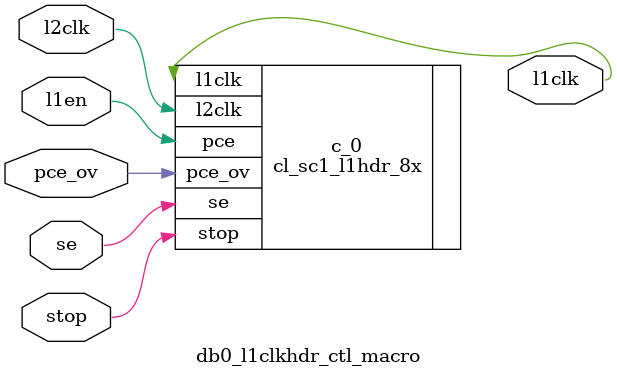
<source format=v>
module db0_l1clkhdr_ctl_macro (
  l2clk, 
  l1en, 
  pce_ov, 
  stop, 
  se, 
  l1clk);


  input l2clk;
  input l1en;
  input pce_ov;
  input stop;
  input se;
  output l1clk;



 

cl_sc1_l1hdr_8x c_0 (


   .l2clk(l2clk),
   .pce(l1en),
   .l1clk(l1clk),
  .se(se),
  .pce_ov(pce_ov),
  .stop(stop)
);



endmodule









</source>
